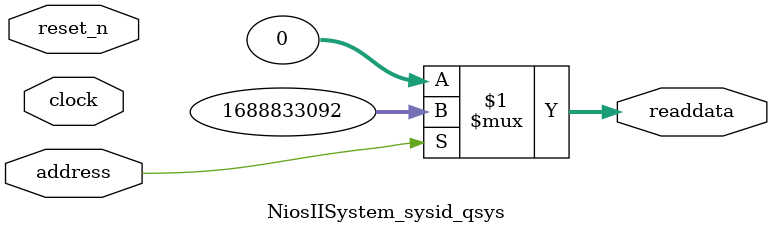
<source format=v>



// synthesis translate_off
`timescale 1ns / 1ps
// synthesis translate_on

// turn off superfluous verilog processor warnings 
// altera message_level Level1 
// altera message_off 10034 10035 10036 10037 10230 10240 10030 

module NiosIISystem_sysid_qsys (
               // inputs:
                address,
                clock,
                reset_n,

               // outputs:
                readdata
             )
;

  output  [ 31: 0] readdata;
  input            address;
  input            clock;
  input            reset_n;

  wire    [ 31: 0] readdata;
  //control_slave, which is an e_avalon_slave
  assign readdata = address ? 1688833092 : 0;

endmodule



</source>
